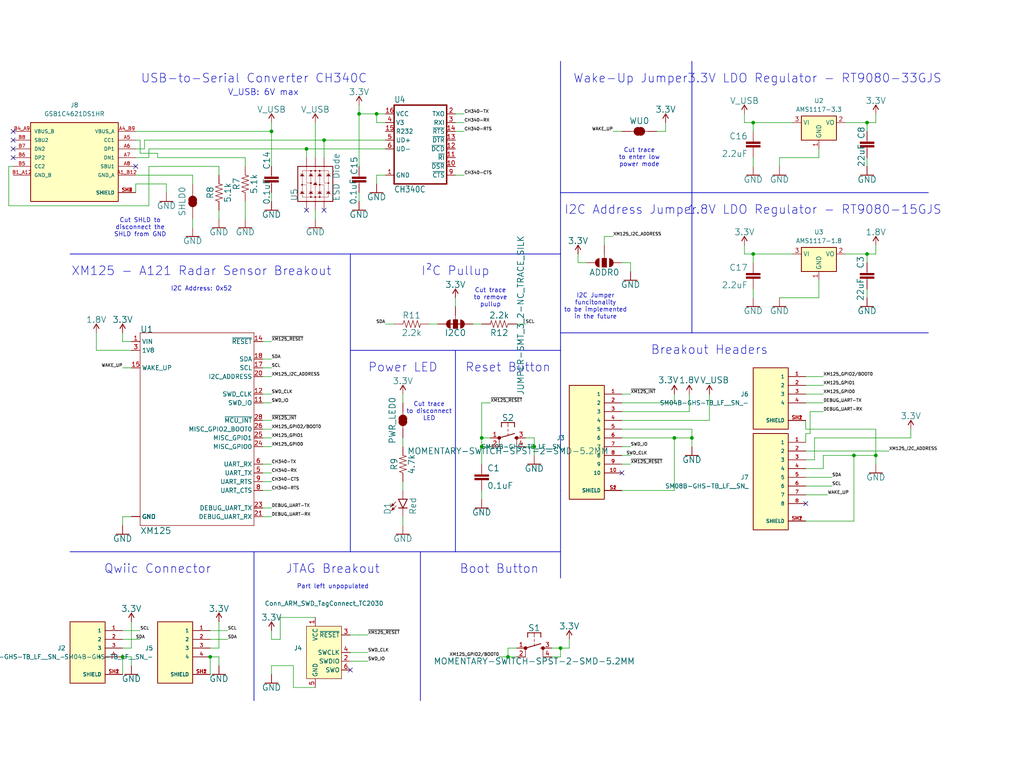
<source format=kicad_sch>
(kicad_sch (version 20231120) (generator "eeschema") (generator_version "8.0")
  (paper "User" 297.002 223.926)
  (lib_symbols
    (symbol "Connector:Conn_ARM_SWD_TagConnect_TC2030" (in_bom no)
      (property "Reference" "J" (at 2.54 11.43 0))
      (property "Value" "Conn_ARM_SWD_TagConnect_TC2030" (at 5.08 8.89 0))
      (symbol "Conn_ARM_SWD_TagConnect_TC2030_0_0"
        (pin power_in line (at -2.54 10.16 270) (length 2.54) (name "VCC") (number "1"))
        (pin bidirectional line (at 7.62 -2.54 180) (length 2.54) (name "SWDIO") (number "2"))
        (pin open_collector line (at 7.62 5.08 180) (length 2.54) (name "~{RESET}") (number "3"))
        (pin output line (at 7.62 0 180) (length 2.54) (name "SWCLK") (number "4"))
        (pin power_in line (at -2.54 -10.16 90) (length 2.54) (name "GND") (number "5"))
        (pin input line (at 7.62 -5.08 180) (length 2.54) (name "SWO") (number "6"))
      )
    )
    (symbol "GSB1C4621DS1HR:GSB1C4621DS1HR" (pin_names (offset 1.016))
      (property "Reference" "J" (at -12.7 10.922 0))
      (property "Value" "GSB1C4621DS1HR" (at -12.7 -15.24 0))
      (symbol "GSB1C4621DS1HR_0_0"
        (pin power_in line (at -17.78 -5.08 0) (length 5.08) (name "GND_A") (number "A1_B12"))
        (pin power_in line (at -17.78 7.62 0) (length 5.08) (name "VBUS_A") (number "A4_B9"))
        (pin bidirectional line (at -17.78 5.08 0) (length 5.08) (name "CC1") (number "A5"))
        (pin bidirectional line (at -17.78 2.54 0) (length 5.08) (name "DP1") (number "A6"))
        (pin bidirectional line (at -17.78 0 0) (length 5.08) (name "DN1") (number "A7"))
        (pin bidirectional line (at -17.78 -2.54 0) (length 5.08) (name "SBU1") (number "A8"))
        (pin power_in line (at 17.78 -5.08 180) (length 5.08) (name "GND_B") (number "B1_A12"))
        (pin power_in line (at 17.78 7.62 180) (length 5.08) (name "VBUS_B") (number "B4_A9"))
        (pin bidirectional line (at 17.78 -2.54 180) (length 5.08) (name "CC2") (number "B5"))
        (pin bidirectional line (at 17.78 0 180) (length 5.08) (name "DP2") (number "B6"))
        (pin bidirectional line (at 17.78 2.54 180) (length 5.08) (name "DN2") (number "B7"))
        (pin bidirectional line (at 17.78 5.08 180) (length 5.08) (name "SBU2") (number "B8"))
        (pin passive line (at -17.78 -10.16 0) (length 5.08) (name "SHIELD") (number "SH1"))
        (pin passive line (at -17.78 -10.16 0) (length 5.08) (name "SHIELD") (number "SH2"))
        (pin passive line (at -17.78 -10.16 0) (length 5.08) (name "SHIELD") (number "SH3"))
        (pin passive line (at -17.78 -10.16 0) (length 5.08) (name "SHIELD") (number "SH4"))
      )
    )
    (symbol "Radar_Workspace-eagle-import:0.1UF-0603-25V-(+80/-20%)"
      (property "Reference" "C" (at 1.524 2.921 0))
      (symbol "0.1UF-0603-25V-(+80/-20%)_1_0"
        (pin passive line (at 0 5.08 270) (length 2.54) (name "1") (number "1"))
        (pin passive line (at 0 -2.54 90) (length 2.54) (name "2") (number "2"))
      )
    )
    (symbol "Radar_Workspace-eagle-import:1.8V" (power)
      (symbol "1.8V_1_0"
        (pin power_in line (at 0 0 90) (length 2.54) (name "1.8V") (number "1"))
      )
    )
    (symbol "Radar_Workspace-eagle-import:2.2KOHM-0603-1/10W-1%"
      (property "Reference" "R" (at 0 1.524 0))
      (symbol "2.2KOHM-0603-1/10W-1%_1_0"
        (pin passive line (at -5.08 0 0) (length 2.54) (name "1") (number "1"))
        (pin passive line (at 5.08 0 180) (length 2.54) (name "2") (number "2"))
      )
    )
    (symbol "Radar_Workspace-eagle-import:2.2UF-0603-10V-20%"
      (property "Reference" "C" (at 1.524 2.921 0))
      (symbol "2.2UF-0603-10V-20%_1_0"
        (pin passive line (at 0 5.08 270) (length 2.54) (name "1") (number "1"))
        (pin passive line (at 0 -2.54 90) (length 2.54) (name "2") (number "2"))
      )
    )
    (symbol "Radar_Workspace-eagle-import:22UF-0603-6.3V-20%"
      (property "Reference" "C" (at 1.524 2.921 0))
      (symbol "22UF-0603-6.3V-20%_1_0"
        (pin passive line (at 0 5.08 270) (length 2.54) (name "1") (number "1"))
        (pin passive line (at 0 -2.54 90) (length 2.54) (name "2") (number "2"))
      )
    )
    (symbol "Radar_Workspace-eagle-import:3.3V" (power)
      (symbol "3.3V_1_0"
        (pin power_in line (at 0 0 90) (length 2.54) (name "3.3V") (number "1"))
      )
    )
    (symbol "Radar_Workspace-eagle-import:4.7KOHM-0603-1/10W-1%"
      (property "Reference" "R" (at 0 1.524 0))
      (symbol "4.7KOHM-0603-1/10W-1%_1_0"
        (pin passive line (at -5.08 0 0) (length 2.54) (name "1") (number "1"))
        (pin passive line (at 5.08 0 180) (length 2.54) (name "2") (number "2"))
      )
    )
    (symbol "Radar_Workspace-eagle-import:5.1KOHM5.1KOHM-0603-1/10W-1%"
      (property "Reference" "R" (at 0 1.524 0))
      (symbol "5.1KOHM5.1KOHM-0603-1/10W-1%_1_0"
        (pin passive line (at -5.08 0 0) (length 2.54) (name "1") (number "1"))
        (pin passive line (at 5.08 0 180) (length 2.54) (name "2") (number "2"))
      )
    )
    (symbol "Radar_Workspace-eagle-import:CH340C"
      (property "Reference" "U" (at -7.62 10.795 0))
      (symbol "CH340C_1_0"
        (pin bidirectional line (at -10.16 -10.16 0) (length 2.54) (name "GND") (number "1"))
        (pin bidirectional line (at 10.16 -7.62 180) (length 2.54) (name "~{DSR}") (number "10"))
        (pin bidirectional line (at 10.16 -5.08 180) (length 2.54) (name "~{RI}") (number "11"))
        (pin bidirectional line (at 10.16 -2.54 180) (length 2.54) (name "~{DCD}") (number "12"))
        (pin bidirectional line (at 10.16 0 180) (length 2.54) (name "~{DTR}") (number "13"))
        (pin bidirectional line (at 10.16 2.54 180) (length 2.54) (name "~{RTS}") (number "14"))
        (pin bidirectional line (at -10.16 2.54 0) (length 2.54) (name "R232") (number "15"))
        (pin bidirectional line (at -10.16 7.62 0) (length 2.54) (name "VCC") (number "16"))
        (pin bidirectional line (at 10.16 7.62 180) (length 2.54) (name "TXO") (number "2"))
        (pin bidirectional line (at 10.16 5.08 180) (length 2.54) (name "RXI") (number "3"))
        (pin bidirectional line (at -10.16 5.08 0) (length 2.54) (name "V3") (number "4"))
        (pin bidirectional line (at -10.16 0 0) (length 2.54) (name "UD+") (number "5"))
        (pin bidirectional line (at -10.16 -2.54 0) (length 2.54) (name "UD-") (number "6"))
        (pin bidirectional line (at 10.16 -10.16 180) (length 2.54) (name "~{CTS}") (number "9"))
      )
    )
    (symbol "Radar_Workspace-eagle-import:GND" (power)
      (symbol "GND_1_0"
        (pin power_in line (at 0 2.54 270) (length 2.54) (name "GND") (number "1"))
      )
    )
    (symbol "Radar_Workspace-eagle-import:JUMPER-SMT_2_NC_TRACE_SILK"
      (property "Reference" "JP" (at 0 3.048 0))
      (symbol "JUMPER-SMT_2_NC_TRACE_SILK_1_0"
        (pin passive line (at -5.08 0 0) (length 2.54) (name "1") (number "1"))
        (pin passive line (at 5.08 0 180) (length 2.54) (name "2") (number "2"))
      )
    )
    (symbol "Radar_Workspace-eagle-import:JUMPER-SMT_3_2-NC_TRACE_SILK"
      (property "Reference" "JP" (at 6.096 1.524 0))
      (symbol "JUMPER-SMT_3_2-NC_TRACE_SILK_1_0"
        (pin passive line (at 0 5.08 270) (length 2.54) (name "1") (number "1"))
        (pin passive line (at -5.08 0 0) (length 2.54) (name "2") (number "2"))
        (pin passive line (at 0 -5.08 90) (length 2.54) (name "3") (number "3"))
      )
    )
    (symbol "Radar_Workspace-eagle-import:JUMPER-SMT_3_NO_SILK"
      (property "Reference" "JP" (at 6.096 1.27 0))
      (symbol "JUMPER-SMT_3_NO_SILK_1_0"
        (pin passive line (at 0 5.08 270) (length 2.54) (name "1") (number "1"))
        (pin passive line (at -5.08 0 0) (length 2.54) (name "2") (number "2"))
        (pin passive line (at 0 -5.08 90) (length 2.54) (name "3") (number "3"))
      )
    )
    (symbol "Radar_Workspace-eagle-import:LED-RED_0603-KB"
      (property "Reference" "D" (at -3.429 -4.572 90))
      (symbol "LED-RED_0603-KB_1_0"
        (pin passive line (at 0 2.54 270) (length 2.54) (name "A") (number "A"))
        (pin passive line (at 0 -5.08 90) (length 2.54) (name "C") (number "C"))
      )
    )
    (symbol "Radar_Workspace-eagle-import:MOMENTARY-SWITCH-SPST-2-SMD-5.2MM"
      (property "Reference" "S" (at 0 4.826 0))
      (symbol "MOMENTARY-SWITCH-SPST-2-SMD-5.2MM_1_0"
        (pin passive line (at -5.08 0 0) (length 2.54) (name "1") (number "1"))
        (pin passive line (at -5.08 -2.54 0) (length 2.54) (name "2") (number "2"))
        (pin passive line (at 5.08 0 180) (length 2.54) (name "3") (number "3"))
        (pin passive line (at 5.08 -2.54 180) (length 2.54) (name "4") (number "4"))
      )
    )
    (symbol "Radar_Workspace-eagle-import:TVS_DIODE_ARRAY_DT1042-04SO-7"
      (symbol "TVS_DIODE_ARRAY_DT1042-04SO-7_1_0"
        (pin bidirectional line (at -7.62 2.54 0) (length 2.54) (name "IO1") (number "1"))
        (pin bidirectional line (at -7.62 0 0) (length 2.54) (name "VSS") (number "2"))
        (pin bidirectional line (at -7.62 -2.54 0) (length 2.54) (name "IO2") (number "3"))
        (pin bidirectional line (at 7.62 -2.54 180) (length 2.54) (name "IO3") (number "4"))
        (pin bidirectional line (at 7.62 0 180) (length 2.54) (name "VCC") (number "5"))
        (pin bidirectional line (at 7.62 2.54 180) (length 2.54) (name "IO4") (number "6"))
      )
    )
    (symbol "Radar_Workspace-eagle-import:V_USB" (power)
      (symbol "V_USB_1_0"
        (pin power_in line (at 0 0 90) (length 2.54) (name "V_USB") (number "1"))
      )
    )
    (symbol "Radar_Workspace-eagle-import:XM125"
      (property "Reference" "U" (at -17.78 25.4 0))
      (symbol "XM125_1_0"
        (pin power_in line (at -20.32 22.86 0) (length 2.54) (name "VIN") (number "1"))
        (pin passive line (at -20.32 -27.94 0) (length 2.54) (name "GND") (number "10"))
        (pin passive line (at 17.78 5.08 180) (length 2.54) (name "SWD_IO") (number "11"))
        (pin passive line (at 17.78 7.62 180) (length 2.54) (name "SWD_CLK") (number "12"))
        (pin passive line (at -20.32 -27.94 0) (length 2.54) (name "GND") (number "13"))
        (pin passive line (at 17.78 22.86 180) (length 2.54) (name "~{RESET}") (number "14"))
        (pin passive line (at -20.32 15.24 0) (length 2.54) (name "WAKE_UP") (number "15"))
        (pin passive line (at -20.32 -27.94 0) (length 2.54) (name "GND") (number "16"))
        (pin passive line (at 17.78 15.24 180) (length 2.54) (name "SCL") (number "17"))
        (pin passive line (at 17.78 17.78 180) (length 2.54) (name "SDA") (number "18"))
        (pin passive line (at -20.32 -27.94 0) (length 2.54) (name "GND") (number "19"))
        (pin passive line (at -20.32 -27.94 0) (length 2.54) (name "GND") (number "2"))
        (pin passive line (at 17.78 12.7 180) (length 2.54) (name "I2C_ADDRESS") (number "20"))
        (pin passive line (at 17.78 -27.94 180) (length 2.54) (name "DEBUG_UART_RX") (number "21"))
        (pin passive line (at -20.32 -27.94 0) (length 2.54) (name "GND") (number "22"))
        (pin passive line (at 17.78 -25.4 180) (length 2.54) (name "DEBUG_UART_TX") (number "23"))
        (pin bidirectional line (at 17.78 -7.62 180) (length 2.54) (name "MISC_GPIO0") (number "24"))
        (pin bidirectional line (at 17.78 -5.08 180) (length 2.54) (name "MISC_GPIO1") (number "25"))
        (pin bidirectional line (at 17.78 -2.54 180) (length 2.54) (name "MISC_GPIO2_BOOT0") (number "26"))
        (pin passive line (at -20.32 -27.94 0) (length 2.54) (name "GND") (number "27"))
        (pin passive line (at 17.78 0 180) (length 2.54) (name "~{MCU_INT}") (number "28"))
        (pin power_in line (at -20.32 20.32 0) (length 2.54) (name "1V8") (number "3"))
        (pin passive line (at -20.32 -27.94 0) (length 2.54) (name "GND") (number "4"))
        (pin passive line (at 17.78 -15.24 180) (length 2.54) (name "UART_TX") (number "5"))
        (pin passive line (at 17.78 -12.7 180) (length 2.54) (name "UART_RX") (number "6"))
        (pin passive line (at -20.32 -27.94 0) (length 2.54) (name "GND") (number "7"))
        (pin passive line (at 17.78 -20.32 180) (length 2.54) (name "UART_CTS") (number "8"))
        (pin passive line (at 17.78 -17.78 180) (length 2.54) (name "UART_RTS") (number "9"))
      )
    )
    (symbol "Regulator_Linear:AMS1117-1.8"
      (property "Reference" "U" (at -3.81 3.175 0))
      (property "Value" "AMS1117-1.8" (at 0 3.175 0))
      (symbol "AMS1117-1.8_1_1"
        (pin power_in line (at 0 -7.62 90) (length 2.54) (name "GND") (number "1"))
        (pin power_out line (at 7.62 0 180) (length 2.54) (name "VO") (number "2"))
        (pin power_in line (at -7.62 0 0) (length 2.54) (name "VI") (number "3"))
      )
    )
    (symbol "Regulator_Linear:AMS1117-3.3"
      (property "Reference" "U" (at -3.81 3.175 0))
      (property "Value" "AMS1117-3.3" (at 0 3.175 0))
      (symbol "AMS1117-3.3_1_1"
        (pin power_in line (at 0 -7.62 90) (length 2.54) (name "GND") (number "1"))
        (pin power_out line (at 7.62 0 180) (length 2.54) (name "VO") (number "2"))
        (pin power_in line (at -7.62 0 0) (length 2.54) (name "VI") (number "3"))
      )
    )
    (symbol "SM04B-GHS-TB_LF__SN_-:SM04B-GHS-TB_LF__SN_-" (pin_names (offset 1.016))
      (property "Reference" "J" (at -5.0802 7.6203 0))
      (property "Value" "SM04B-GHS-TB_LF__SN_-" (at -5.0859 -12.7147 0))
      (symbol "SM04B-GHS-TB_LF__SN_-_0_0"
        (pin passive line (at -10.16 5.08 0) (length 5.08) (name "1") (number "1"))
        (pin passive line (at -10.16 2.54 0) (length 5.08) (name "2") (number "2"))
        (pin passive line (at -10.16 0 0) (length 5.08) (name "3") (number "3"))
        (pin passive line (at -10.16 -2.54 0) (length 5.08) (name "4") (number "4"))
        (pin power_in line (at -10.16 -7.62 0) (length 5.08) (name "SHIELD") (number "SH1"))
        (pin power_in line (at -10.16 -7.62 0) (length 5.08) (name "SHIELD") (number "SH2"))
      )
    )
    (symbol "SM08B-GHS-TB_LF__SN_:SM08B-GHS-TB_LF__SN_" (pin_names (offset 1.016))
      (property "Reference" "J" (at -5.0863 13.733 0))
      (property "Value" "SM08B-GHS-TB_LF__SN_" (at -5.087 -17.8045 0))
      (symbol "SM08B-GHS-TB_LF__SN__0_0"
        (pin passive line (at -10.16 10.16 0) (length 5.08) (name "1") (number "1"))
        (pin passive line (at -10.16 7.62 0) (length 5.08) (name "2") (number "2"))
        (pin passive line (at -10.16 5.08 0) (length 5.08) (name "3") (number "3"))
        (pin passive line (at -10.16 2.54 0) (length 5.08) (name "4") (number "4"))
        (pin passive line (at -10.16 0 0) (length 5.08) (name "5") (number "5"))
        (pin passive line (at -10.16 -2.54 0) (length 5.08) (name "6") (number "6"))
        (pin passive line (at -10.16 -5.08 0) (length 5.08) (name "7") (number "7"))
        (pin passive line (at -10.16 -7.62 0) (length 5.08) (name "8") (number "8"))
        (pin passive line (at -10.16 -12.7 0) (length 5.08) (name "SHIELD") (number "SH1"))
        (pin passive line (at -10.16 -12.7 0) (length 5.08) (name "SHIELD") (number "SH2"))
      )
    )
    (symbol "SM10B-GHS-TB_LF__SN_:SM10B-GHS-TB_LF__SN_" (pin_names (offset 1.016))
      (property "Reference" "J" (at -5.0875 15.2626 0))
      (property "Value" "SM10B-GHS-TB_LF__SN_" (at -5.084 -20.3362 0))
      (symbol "SM10B-GHS-TB_LF__SN__0_0"
        (pin passive line (at -10.16 12.7 0) (length 5.08) (name "1") (number "1"))
        (pin passive line (at -10.16 -10.16 0) (length 5.08) (name "10") (number "10"))
        (pin passive line (at -10.16 10.16 0) (length 5.08) (name "2") (number "2"))
        (pin passive line (at -10.16 7.62 0) (length 5.08) (name "3") (number "3"))
        (pin passive line (at -10.16 5.08 0) (length 5.08) (name "4") (number "4"))
        (pin passive line (at -10.16 2.54 0) (length 5.08) (name "5") (number "5"))
        (pin passive line (at -10.16 0 0) (length 5.08) (name "6") (number "6"))
        (pin passive line (at -10.16 -2.54 0) (length 5.08) (name "7") (number "7"))
        (pin passive line (at -10.16 -5.08 0) (length 5.08) (name "8") (number "8"))
        (pin passive line (at -10.16 -7.62 0) (length 5.08) (name "9") (number "9"))
        (pin passive line (at -10.16 -15.24 0) (length 5.08) (name "SHIELD") (number "S1"))
        (pin passive line (at -10.16 -15.24 0) (length 5.08) (name "SHIELD") (number "S2"))
      )
    )
  )
  (junction (at 139.7 127))
  (junction (at 218.44 35.56))
  (junction (at 93.98 40.64))
  (junction (at 109.22 33.02))
  (junction (at 60.96 190.5))
  (junction (at 218.44 73.66))
  (junction (at 162.56 187.96))
  (junction (at 147.32 190.5))
  (junction (at 88.9 43.18))
  (junction (at 35.56 190.5))
  (junction (at 251.46 73.66))
  (junction (at 247.65 132.08))
  (junction (at 195.58 127))
  (junction (at 104.14 33.02))
  (junction (at 251.46 35.56))
  (junction (at 254 132.08))
  (junction (at 154.94 129.54))
  (junction (at 139.7 129.54))
  (junction (at 200.66 127))
  (junction (at 78.74 38.1))
  (no_connect (at 3.81 45.72))
  (no_connect (at 101.6 194.31))
  (no_connect (at 3.81 43.18))
  (no_connect (at 93.98 60.96))
  (no_connect (at 3.81 38.1))
  (no_connect (at 39.37 48.26))
  (no_connect (at 88.9 60.96))
  (no_connect (at 3.81 40.64))
  (no_connect (at 233.68 146.05))
  (no_connect (at 180.34 137.16))
  (wire (pts (xy 167.64 76.2) (xy 167.64 73.66)) (stroke (width 0.1524)))
  (wire (pts (xy 236.22 124.46) (xy 254 124.46)) (stroke (width 0.1524)))
  (wire (pts (xy 88.9 45.72) (xy 88.9 43.18)) (stroke (width 0.1524)))
  (wire (pts (xy 215.9 73.66) (xy 215.9 71.12)) (stroke (width 0.1524)))
  (wire (pts (xy 111.76 33.02) (xy 109.22 33.02)) (stroke (width 0.1524)))
  (wire (pts (xy 55.88 50.8) (xy 55.88 53.34)) (stroke (width 0.1524)))
  (wire (pts (xy 226.06 48.26) (xy 226.06 45.72)) (stroke (width 0.1524)))
  (wire (pts (xy 233.68 114.3) (xy 238.76 114.3)) (stroke (width 0.1524)))
  (wire (pts (xy 93.98 40.64) (xy 111.76 40.64)) (stroke (width 0.1524)))
  (wire (pts (xy 175.26 71.12) (xy 175.26 68.58)) (stroke (width 0.1524)))
  (wire (pts (xy 199.898 119.38) (xy 199.898 114.3)) (stroke (width 0.1524)))
  (wire (pts (xy 39.37 45.72) (xy 43.18 45.72)))
  (wire (pts (xy 160.02 190.5) (xy 162.56 190.5)) (stroke (width 0.1524)))
  (wire (pts (xy 43.18 48.26) (xy 45.72 48.26)))
  (wire (pts (xy 246.38 35.56) (xy 251.46 35.56)) (stroke (width 0.1524)))
  (wire (pts (xy 251.46 38.1) (xy 251.46 35.56)) (stroke (width 0.1524)))
  (wire (pts (xy 245.11 73.66) (xy 246.38 73.66)))
  (wire (pts (xy 264.16 127) (xy 264.16 124.46)) (stroke (width 0.1524)))
  (wire (pts (xy 237.49 45.72) (xy 237.49 43.18)) (stroke (width 0.1524)))
  (wire (pts (xy 254 73.66) (xy 254 71.12)) (stroke (width 0.1524)))
  (wire (pts (xy 132.08 88.9) (xy 132.08 86.36)) (stroke (width 0.1524)))
  (polyline (pts (xy 162.56 101.6) (xy 162.56 142.24)) (stroke (width 0.2032) (type solid)))
  (wire (pts (xy 195.58 142.24) (xy 195.58 127)))
  (wire (pts (xy 78.74 58.42) (xy 78.74 55.88)) (stroke (width 0.1524)))
  (polyline (pts (xy 162.56 73.66) (xy 162.56 96.52)) (stroke (width 0.2032) (type solid)))
  (wire (pts (xy 139.7 129.54) (xy 142.24 129.54)) (stroke (width 0.1524)))
  (wire (pts (xy 238.76 135.89) (xy 238.76 132.08)))
  (wire (pts (xy 193.04 38.1) (xy 193.04 35.56)) (stroke (width 0.1524)))
  (wire (pts (xy 233.68 128.27) (xy 233.68 125.73)))
  (wire (pts (xy 71.12 45.72) (xy 45.72 45.72)) (stroke (width 0.1524)))
  (wire (pts (xy 218.44 45.72) (xy 218.44 48.26)) (stroke (width 0.1524)))
  (wire (pts (xy 38.1 101.6) (xy 27.94 101.6)) (stroke (width 0.1524)))
  (wire (pts (xy 180.34 124.46) (xy 200.66 124.46)) (stroke (width 0.1524)))
  (wire (pts (xy 63.5 190.5) (xy 60.96 190.5)) (stroke (width 0.1524)))
  (wire (pts (xy 233.68 121.92) (xy 233.68 124.46)))
  (wire (pts (xy 88.9 43.18) (xy 45.72 43.18)) (stroke (width 0.1524)))
  (wire (pts (xy 147.32 187.96) (xy 147.32 190.5)) (stroke (width 0.1524)))
  (wire (pts (xy 78.74 193.04) (xy 85.09 193.04)) (stroke (width 0.1524)))
  (polyline (pts (xy 132.08 101.6) (xy 132.08 160.02)) (stroke (width 0.2032) (type solid)))
  (wire (pts (xy 226.06 86.36) (xy 237.49 86.36)))
  (polyline (pts (xy 162.56 96.52) (xy 162.56 101.6)) (stroke (width 0.2032) (type solid)))
  (wire (pts (xy 236.22 133.35) (xy 233.68 133.35)) (stroke (width 0.1524)))
  (wire (pts (xy 40.64 44.45) (xy 45.72 44.45)))
  (wire (pts (xy 40.64 40.64) (xy 40.64 44.45)))
  (wire (pts (xy 93.98 45.72) (xy 93.98 40.64)) (stroke (width 0.1524)))
  (wire (pts (xy 41.91 40.64) (xy 45.72 40.64)))
  (wire (pts (xy 195.58 116.84) (xy 195.58 114.3)) (stroke (width 0.1524)))
  (wire (pts (xy 234.95 125.73) (xy 234.95 119.38)))
  (wire (pts (xy 104.14 184.15) (xy 106.68 184.15)) (stroke (width 0.1524)))
  (wire (pts (xy 180.34 142.24) (xy 195.58 142.24)))
  (wire (pts (xy 39.37 53.34) (xy 45.72 53.34)))
  (wire (pts (xy 218.44 73.66) (xy 215.9 73.66)) (stroke (width 0.1524)))
  (wire (pts (xy 48.26 55.88) (xy 48.26 53.34)) (stroke (width 0.1524)))
  (wire (pts (xy 257.81 130.81) (xy 233.68 130.81)))
  (wire (pts (xy 104.14 33.02) (xy 104.14 30.48)) (stroke (width 0.1524)))
  (wire (pts (xy 78.74 104.14) (xy 76.2 104.14)) (stroke (width 0.1524)))
  (wire (pts (xy 200.66 127) (xy 195.58 127)) (stroke (width 0.1524)))
  (polyline (pts (xy 101.6 73.66) (xy 20.32 73.66)) (stroke (width 0.2032) (type solid)))
  (wire (pts (xy 106.68 189.23) (xy 101.6 189.23)))
  (wire (pts (xy 109.22 35.56) (xy 109.22 33.02)) (stroke (width 0.1524)))
  (polyline (pts (xy 101.6 160.02) (xy 73.66 160.02)) (stroke (width 0.2032) (type solid)))
  (wire (pts (xy 63.5 63.5) (xy 63.5 60.96)) (stroke (width 0.1524)))
  (polyline (pts (xy 200.66 55.88) (xy 200.66 17.78)) (stroke (width 0.2032) (type solid)))
  (wire (pts (xy 180.34 121.92) (xy 205.74 121.92)) (stroke (width 0.1524)))
  (polyline (pts (xy 162.56 160.02) (xy 132.08 160.02)) (stroke (width 0.2032) (type solid)))
  (polyline (pts (xy 101.6 101.6) (xy 101.6 73.66)) (stroke (width 0.2032) (type solid)))
  (polyline (pts (xy 132.08 160.02) (xy 121.92 160.02)) (stroke (width 0.2032) (type solid)))
  (polyline (pts (xy 269.24 96.52) (xy 200.66 96.52)) (stroke (width 0.2032) (type solid)))
  (wire (pts (xy 39.37 38.1) (xy 45.72 38.1)))
  (wire (pts (xy 81.28 179.07) (xy 91.44 179.07)) (stroke (width 0.1524)))
  (wire (pts (xy 76.2 149.86) (xy 78.74 149.86)) (stroke (width 0.1524)))
  (wire (pts (xy 139.7 127) (xy 139.7 129.54)) (stroke (width 0.1524)))
  (wire (pts (xy 180.34 132.08) (xy 182.88 132.08)) (stroke (width 0.1524)))
  (wire (pts (xy 45.72 40.64) (xy 93.98 40.64)) (stroke (width 0.1524)))
  (wire (pts (xy 162.56 187.96) (xy 165.1 187.96)) (stroke (width 0.1524)))
  (wire (pts (xy 41.91 43.18) (xy 41.91 40.64)))
  (wire (pts (xy 109.22 50.8) (xy 111.76 50.8)) (stroke (width 0.1524)))
  (wire (pts (xy 78.74 124.46) (xy 76.2 124.46)) (stroke (width 0.1524)))
  (wire (pts (xy 162.56 187.96) (xy 162.56 190.5)) (stroke (width 0.1524)))
  (wire (pts (xy 215.9 35.56) (xy 218.44 35.56)) (stroke (width 0.1524)))
  (wire (pts (xy 246.38 73.66) (xy 251.46 73.66)) (stroke (width 0.1524)))
  (wire (pts (xy 3.81 48.26) (xy 2.54 48.26)))
  (wire (pts (xy 116.84 116.84) (xy 116.84 114.3)) (stroke (width 0.1524)))
  (wire (pts (xy 116.84 129.54) (xy 116.84 127)) (stroke (width 0.1524)))
  (wire (pts (xy 180.34 116.84) (xy 195.58 116.84)) (stroke (width 0.1524)))
  (wire (pts (xy 137.16 93.98) (xy 139.7 93.98)) (stroke (width 0.1524)))
  (polyline (pts (xy 121.92 160.02) (xy 101.6 160.02)) (stroke (width 0.2032) (type solid)))
  (wire (pts (xy 71.12 48.26) (xy 71.12 45.72)) (stroke (width 0.1524)))
  (wire (pts (xy 165.1 187.96) (xy 165.1 185.42)) (stroke (width 0.1524)))
  (wire (pts (xy 101.6 191.77) (xy 106.68 191.77)) (stroke (width 0.1524)))
  (wire (pts (xy 139.7 144.78) (xy 139.7 142.24)) (stroke (width 0.1524)))
  (wire (pts (xy 111.76 93.98) (xy 114.3 93.98)) (stroke (width 0.1524)))
  (wire (pts (xy 254 124.46) (xy 254 132.08)) (stroke (width 0.1524)))
  (wire (pts (xy 78.74 185.42) (xy 81.28 185.42)) (stroke (width 0.1524)))
  (wire (pts (xy 63.5 193.04) (xy 63.5 190.5)) (stroke (width 0.1524)))
  (polyline (pts (xy 162.56 160.02) (xy 162.56 167.64)) (stroke (width 0.2032) (type solid)))
  (wire (pts (xy 101.6 184.15) (xy 104.14 184.15)))
  (wire (pts (xy 63.5 187.96) (xy 63.5 180.34)) (stroke (width 0.1524)))
  (wire (pts (xy 38.1 99.06) (xy 35.56 99.06)) (stroke (width 0.1524)))
  (polyline (pts (xy 200.66 96.52) (xy 162.56 96.52)) (stroke (width 0.2032) (type solid)))
  (wire (pts (xy 39.37 50.8) (xy 45.72 50.8)))
  (wire (pts (xy 251.46 45.72) (xy 251.46 48.26)) (stroke (width 0.1524)))
  (wire (pts (xy 109.22 53.34) (xy 109.22 50.8)) (stroke (width 0.1524)))
  (wire (pts (xy 35.56 187.96) (xy 38.1 187.96)) (stroke (width 0.1524)))
  (wire (pts (xy 237.49 86.36) (xy 237.49 81.28)))
  (wire (pts (xy 43.18 59.69) (xy 43.18 48.26)))
  (wire (pts (xy 195.58 127) (xy 180.34 127)) (stroke (width 0.1524)))
  (wire (pts (xy 76.2 99.06) (xy 78.74 99.06)) (stroke (width 0.1524)))
  (wire (pts (xy 76.2 121.92) (xy 78.74 121.92)) (stroke (width 0.1524)))
  (wire (pts (xy 38.1 187.96) (xy 38.1 180.34)) (stroke (width 0.1524)))
  (wire (pts (xy 60.96 187.96) (xy 63.5 187.96)) (stroke (width 0.1524)))
  (wire (pts (xy 254 35.56) (xy 254 33.02)) (stroke (width 0.1524)))
  (wire (pts (xy 251.46 35.56) (xy 254 35.56)) (stroke (width 0.1524)))
  (wire (pts (xy 226.06 45.72) (xy 237.49 45.72)) (stroke (width 0.1524)))
  (wire (pts (xy 43.18 43.18) (xy 45.72 43.18)))
  (wire (pts (xy 55.88 66.04) (xy 55.88 63.5)) (stroke (width 0.1524)))
  (wire (pts (xy 233.68 135.89) (xy 238.76 135.89)))
  (wire (pts (xy 45.72 50.8) (xy 55.88 50.8)) (stroke (width 0.1524)))
  (wire (pts (xy 142.24 116.84) (xy 139.7 116.84)) (stroke (width 0.1524)))
  (polyline (pts (xy 73.66 160.02) (xy 20.32 160.02)) (stroke (width 0.2032) (type solid)))
  (wire (pts (xy 233.68 143.51) (xy 240.03 143.51)) (stroke (width 0.1524)))
  (wire (pts (xy 111.76 35.56) (xy 109.22 35.56)) (stroke (width 0.1524)))
  (wire (pts (xy 233.68 138.43) (xy 241.3 138.43)) (stroke (width 0.1524)))
  (wire (pts (xy 175.26 68.58) (xy 177.8 68.58)) (stroke (width 0.1524)))
  (wire (pts (xy 45.72 44.45) (xy 45.72 45.72)))
  (wire (pts (xy 78.74 139.7) (xy 76.2 139.7)) (stroke (width 0.1524)))
  (polyline (pts (xy 132.08 101.6) (xy 162.56 101.6)) (stroke (width 0.2032) (type solid)))
  (wire (pts (xy 251.46 83.82) (xy 251.46 86.36)) (stroke (width 0.1524)))
  (wire (pts (xy 245.11 35.56) (xy 246.38 35.56)))
  (wire (pts (xy 71.12 63.5) (xy 71.12 58.42)) (stroke (width 0.1524)))
  (wire (pts (xy 218.44 35.56) (xy 218.44 38.1)) (stroke (width 0.1524)))
  (wire (pts (xy 2.54 59.69) (xy 43.18 59.69)))
  (wire (pts (xy 60.96 182.88) (xy 66.04 182.88)) (stroke (width 0.1524)))
  (wire (pts (xy 254 132.08) (xy 254 134.62)) (stroke (width 0.1524)))
  (wire (pts (xy 35.56 99.06) (xy 35.56 96.52)) (stroke (width 0.1524)))
  (wire (pts (xy 218.44 35.56) (xy 228.6 35.56)) (stroke (width 0.1524)))
  (wire (pts (xy 2.54 48.26) (xy 2.54 59.69)))
  (wire (pts (xy 48.26 53.34) (xy 45.72 53.34)) (stroke (width 0.1524)))
  (wire (pts (xy 43.18 45.72) (xy 43.18 43.18)))
  (wire (pts (xy 180.34 38.1) (xy 177.8 38.1)) (stroke (width 0.1524)))
  (wire (pts (xy 78.74 142.24) (xy 76.2 142.24)) (stroke (width 0.1524)))
  (wire (pts (xy 182.88 76.2) (xy 182.88 78.74)) (stroke (width 0.1524)))
  (wire (pts (xy 63.5 50.8) (xy 63.5 48.26)) (stroke (width 0.1524)))
  (wire (pts (xy 228.6 35.56) (xy 229.87 35.56)))
  (wire (pts (xy 154.94 129.54) (xy 154.94 127)) (stroke (width 0.1524)))
  (polyline (pts (xy 121.92 160.02) (xy 121.92 203.2)) (stroke (width 0.2032) (type solid)))
  (wire (pts (xy 215.9 33.02) (xy 215.9 35.56)) (stroke (width 0.1524)))
  (wire (pts (xy 39.37 55.88) (xy 39.37 53.34)))
  (wire (pts (xy 233.68 151.13) (xy 247.65 151.13)))
  (wire (pts (xy 85.09 193.04) (xy 85.09 199.39)) (stroke (width 0.1524)))
  (wire (pts (xy 35.56 152.4) (xy 35.56 149.86)) (stroke (width 0.1524)))
  (wire (pts (xy 109.22 33.02) (xy 104.14 33.02)) (stroke (width 0.1524)))
  (wire (pts (xy 78.74 127) (xy 76.2 127)) (stroke (width 0.1524)))
  (wire (pts (xy 78.74 182.88) (xy 78.74 185.42)) (stroke (width 0.1524)))
  (wire (pts (xy 78.74 48.26) (xy 78.74 38.1)) (stroke (width 0.1524)))
  (wire (pts (xy 154.94 127) (xy 152.4 127)) (stroke (width 0.1524)))
  (wire (pts (xy 142.24 127) (xy 139.7 127)) (stroke (width 0.1524)))
  (wire (pts (xy 236.22 119.38) (xy 238.76 119.38)) (stroke (width 0.1524)))
  (wire (pts (xy 78.74 38.1) (xy 78.74 35.56)) (stroke (width 0.1524)))
  (wire (pts (xy 78.74 137.16) (xy 76.2 137.16)) (stroke (width 0.1524)))
  (wire (pts (xy 78.74 195.58) (xy 78.74 193.04)) (stroke (width 0.1524)))
  (wire (pts (xy 218.44 73.66) (xy 229.87 73.66)) (stroke (width 0.1524)))
  (wire (pts (xy 251.46 76.2) (xy 251.46 73.66)) (stroke (width 0.1524)))
  (wire (pts (xy 63.5 48.26) (xy 45.72 48.26)) (stroke (width 0.1524)))
  (wire (pts (xy 39.37 40.64) (xy 40.64 40.64)))
  (wire (pts (xy 147.32 190.5) (xy 144.78 190.5)) (stroke (width 0.1524)))
  (wire (pts (xy 78.74 106.68) (xy 76.2 106.68)) (stroke (width 0.1524)))
  (wire (pts (xy 78.74 147.32) (xy 76.2 147.32)) (stroke (width 0.1524)))
  (wire (pts (xy 104.14 55.88) (xy 104.14 58.42)) (stroke (width 0.1524)))
  (wire (pts (xy 234.95 119.38) (xy 236.22 119.38)))
  (wire (pts (xy 149.86 93.98) (xy 152.4 93.98)) (stroke (width 0.1524)))
  (polyline (pts (xy 162.56 73.66) (xy 101.6 73.66)) (stroke (width 0.2032) (type solid)))
  (wire (pts (xy 238.76 132.08) (xy 247.65 132.08)))
  (polyline (pts (xy 73.66 203.2) (xy 73.66 160.02)) (stroke (width 0.2032) (type solid)))
  (wire (pts (xy 35.56 190.5) (xy 38.1 190.5)) (stroke (width 0.1524)))
  (wire (pts (xy 170.18 76.2) (xy 167.64 76.2)) (stroke (width 0.1524)))
  (wire (pts (xy 180.34 129.54) (xy 182.88 129.54)) (stroke (width 0.1524)))
  (wire (pts (xy 218.44 76.2) (xy 218.44 73.66)) (stroke (width 0.1524)))
  (polyline (pts (xy 269.24 55.88) (xy 200.66 55.88)) (stroke (width 0.2032) (type solid)))
  (wire (pts (xy 233.68 124.46) (xy 236.22 124.46)))
  (wire (pts (xy 35.56 182.88) (xy 40.64 182.88)) (stroke (width 0.1524)))
  (polyline (pts (xy 162.56 160.02) (xy 162.56 142.24)) (stroke (width 0.2032) (type solid)))
  (wire (pts (xy 154.94 129.54) (xy 154.94 132.08)) (stroke (width 0.1524)))
  (wire (pts (xy 85.09 199.39) (xy 91.44 199.39)) (stroke (width 0.1524)))
  (wire (pts (xy 149.86 187.96) (xy 147.32 187.96)) (stroke (width 0.1524)))
  (wire (pts (xy 233.68 109.22) (xy 238.76 109.22)) (stroke (width 0.1524)))
  (wire (pts (xy 251.46 73.66) (xy 254 73.66)) (stroke (width 0.1524)))
  (wire (pts (xy 160.02 187.96) (xy 162.56 187.96)) (stroke (width 0.1524)))
  (wire (pts (xy 205.74 121.92) (xy 205.74 114.3)) (stroke (width 0.1524)))
  (wire (pts (xy 27.94 101.6) (xy 27.94 96.52)) (stroke (width 0.1524)))
  (wire (pts (xy 35.56 149.86) (xy 38.1 149.86)) (stroke (width 0.1524)))
  (polyline (pts (xy 162.56 17.78) (xy 162.56 55.88)) (stroke (width 0.2032) (type solid)))
  (wire (pts (xy 124.46 93.98) (xy 127 93.98)) (stroke (width 0.1524)))
  (wire (pts (xy 116.84 142.24) (xy 116.84 139.7)) (stroke (width 0.1524)))
  (wire (pts (xy 180.34 134.62) (xy 182.88 134.62)) (stroke (width 0.1524)))
  (wire (pts (xy 38.1 106.68) (xy 35.56 106.68)) (stroke (width 0.1524)))
  (wire (pts (xy 104.14 33.02) (xy 104.14 48.26)) (stroke (width 0.1524)))
  (wire (pts (xy 132.08 33.02) (xy 134.62 33.02)) (stroke (width 0.1524)))
  (wire (pts (xy 233.68 116.84) (xy 238.76 116.84)) (stroke (width 0.1524)))
  (wire (pts (xy 81.28 185.42) (xy 81.28 179.07)) (stroke (width 0.1524)))
  (polyline (pts (xy 101.6 160.02) (xy 101.6 101.6)) (stroke (width 0.2032) (type solid)))
  (wire (pts (xy 247.65 151.13) (xy 247.65 132.08)))
  (wire (pts (xy 78.74 129.54) (xy 76.2 129.54)) (stroke (width 0.1524)))
  (wire (pts (xy 139.7 129.54) (xy 139.7 134.62)) (stroke (width 0.1524)))
  (wire (pts (xy 38.1 190.5) (xy 38.1 193.04)) (stroke (width 0.1524)))
  (polyline (pts (xy 162.56 55.88) (xy 162.56 73.66)) (stroke (width 0.2032) (type solid)))
  (wire (pts (xy 236.22 127) (xy 236.22 133.35)) (stroke (width 0.1524)))
  (wire (pts (xy 147.32 190.5) (xy 149.86 190.5)) (stroke (width 0.1524)))
  (wire (pts (xy 180.34 114.3) (xy 182.88 114.3)) (stroke (width 0.1524)))
  (wire (pts (xy 134.62 38.1) (xy 132.08 38.1)) (stroke (width 0.1524)))
  (wire (pts (xy 39.37 43.18) (xy 41.91 43.18)))
  (wire (pts (xy 76.2 109.22) (xy 78.74 109.22)) (stroke (width 0.1524)))
  (wire (pts (xy 134.62 50.8) (xy 132.08 50.8)) (stroke (width 0.1524)))
  (wire (pts (xy 190.5 38.1) (xy 193.04 38.1)) (stroke (width 0.1524)))
  (polyline (pts (xy 101.6 101.6) (xy 132.08 101.6)) (stroke (width 0.2032) (type solid)))
  (wire (pts (xy 200.66 127) (xy 200.66 129.54)) (stroke (width 0.1524)))
  (wire (pts (xy 76.2 114.3) (xy 78.74 114.3)) (stroke (width 0.1524)))
  (wire (pts (xy 218.44 83.82) (xy 218.44 86.36)) (stroke (width 0.1524)))
  (polyline (pts (xy 200.66 55.88) (xy 200.66 96.52)) (stroke (width 0.2032) (type solid)))
  (wire (pts (xy 200.66 124.46) (xy 200.66 127)) (stroke (width 0.1524)))
  (wire (pts (xy 60.96 190.5) (xy 60.96 195.58)))
  (wire (pts (xy 45.72 38.1) (xy 78.74 38.1)) (stroke (width 0.1524)))
  (polyline (pts (xy 200.66 55.88) (xy 162.56 55.88)) (stroke (width 0.2032) (type solid)))
  (wire (pts (xy 233.68 140.97) (xy 241.3 140.97)) (stroke (width 0.1524)))
  (wire (pts (xy 247.65 132.08) (xy 254 132.08)))
  (wire (pts (xy 35.56 190.5) (xy 35.56 195.58)))
  (wire (pts (xy 180.34 76.2) (xy 182.88 76.2)) (stroke (width 0.1524)))
  (wire (pts (xy 116.84 149.86) (xy 116.84 152.4)) (stroke (width 0.1524)))
  (wire (pts (xy 35.56 185.42) (xy 40.64 185.42)) (stroke (width 0.1524)))
  (wire (pts (xy 60.96 185.42) (xy 66.04 185.42)) (stroke (width 0.1524)))
  (wire (pts (xy 111.76 43.18) (xy 88.9 43.18)) (stroke (width 0.1524)))
  (wire (pts (xy 91.44 45.72) (xy 91.44 35.56)) (stroke (width 0.1524)))
  (wire (pts (xy 139.7 116.84) (xy 139.7 127)) (stroke (width 0.1524)))
  (wire (pts (xy 76.2 116.84) (xy 78.74 116.84)) (stroke (width 0.1524)))
  (wire (pts (xy 152.4 129.54) (xy 154.94 129.54)) (stroke (width 0.1524)))
  (wire (pts (xy 236.22 127) (xy 264.16 127)) (stroke (width 0.1524)))
  (wire (pts (xy 134.62 35.56) (xy 132.08 35.56)) (stroke (width 0.1524)))
  (wire (pts (xy 76.2 134.62) (xy 78.74 134.62)) (stroke (width 0.1524)))
  (wire (pts (xy 91.44 60.96) (xy 91.44 63.5)) (stroke (width 0.1524)))
  (wire (pts (xy 233.68 111.76) (xy 238.76 111.76)) (stroke (width 0.1524)))
  (wire (pts (xy 180.34 119.38) (xy 199.898 119.38)) (stroke (width 0.1524)))
  (wire (pts (xy 233.68 125.73) (xy 234.95 125.73)))
  (text "XM125 - A121 Radar Sensor Breakout" (at 58.42 78.74 0) (effects (font (size 2.54 2.54))))
  (text "Cut trace\nto disconnect\nLED" (at 124.46 119.38 0) (effects (font (size 1.27 1.27))))
  (text "I2C Address: 0x52" (at 58.42 83.82 0) (effects (font (size 1.27 1.27))))
  (text "Cut trace\nto remove\npullup" (at 142.24 86.36 0) (effects (font (size 1.27 1.27))))
  (text "Breakout Headers" (at 205.74 101.6 0) (effects (font (size 2.54 2.54))))
  (text "3.3V LDO Regulator - RT9080-33GJS" (at 236.22 22.86 0) (effects (font (size 2.54 2.54))))
  (text "Reset Button" (at 147.32 106.68 0) (effects (font (size 2.54 2.54))))
  (text "I²C Pullup" (at 132.08 78.74 0) (effects (font (size 2.54 2.54))))
  (text "Qwiic Connector" (at 45.72 165.1 0) (effects (font (size 2.54 2.54))))
  (text "Cut SHLD to\ndisconnect the\nSHLD from GND" (at 40.64 66.04 0) (effects (font (size 1.27 1.27))))
  (text "I2C Jumper\nfuncitonality\nto be implemented\nin the future" (at 172.72 88.9 0) (effects (font (size 1.27 1.27))))
  (text "V_USB: 6V max" (at 66.04 27.94 0) (effects (font (size 1.778 1.778)) (justify left bottom)))
  (text "Part left unpopulated" (at 96.52 170.18 0) (effects (font (size 1.27 1.27))))
  (text "Cut trace\nto enter low\npower mode" (at 185.42 45.72 0) (effects (font (size 1.27 1.27))))
  (text "Wake-Up Jumper" (at 182.88 22.86 0) (effects (font (size 2.54 2.54))))
  (text "JTAG Breakout" (at 96.52 165.1 0) (effects (font (size 2.54 2.54))))
  (text "I2C Address Jumper" (at 182.88 60.96 0) (effects (font (size 2.54 2.54))))
  (text "Power LED" (at 116.84 106.68 0) (effects (font (size 2.54 2.54))))
  (text "1.8V LDO Regulator - RT9080-15GJS" (at 236.22 60.96 0) (effects (font (size 2.54 2.54))))
  (text "Boot Button" (at 144.78 165.1 0) (effects (font (size 2.54 2.54))))
  (text "USB-to-Serial Converter CH340C" (at 73.66 22.86 0) (effects (font (size 2.54 2.54))))
  (label "~{XM125_RESET}" (at 182.88 134.62 0) (effects (font (size 0.889 0.889))))
  (label "SCL" (at 66.04 182.88 0) (effects (font (size 0.889 0.889))))
  (label "DEBUG_UART-RX" (at 78.74 149.86 0) (effects (font (size 0.889 0.889))))
  (label "DEBUG_UART-TX" (at 78.74 147.32 0) (effects (font (size 0.889 0.889))))
  (label "SCL" (at 241.3 140.97 0) (effects (font (size 0.889 0.889))))
  (label "SWD_CLK" (at 78.74 114.3 0) (effects (font (size 0.889 0.889))))
  (label "SCL" (at 152.4 93.98 0) (effects (font (size 0.889 0.889))))
  (label "SDA" (at 66.04 185.42 0) (effects (font (size 0.889 0.889))))
  (label "DEBUG_UART-TX" (at 238.76 116.84 0) (effects (font (size 0.889 0.889))))
  (label "WAKE_UP" (at 240.03 143.51 0) (effects (font (size 0.889 0.889))))
  (label "SDA" (at 241.3 138.43 0) (effects (font (size 0.889 0.889))))
  (label "~{XM125_INT}" (at 78.74 121.92 0) (effects (font (size 0.889 0.889))))
  (label "~{XM125_RESET}" (at 142.24 116.84 0) (effects (font (size 0.889 0.889))))
  (label "CH340-TX" (at 78.74 134.62 0) (effects (font (size 0.889 0.889))))
  (label "XM125_GPIO1" (at 78.74 127 0) (effects (font (size 0.889 0.889))))
  (label "XM125_GPIO0" (at 78.74 129.54 0) (effects (font (size 0.889 0.889))))
  (label "DEBUG_UART-RX" (at 238.76 119.38 0) (effects (font (size 0.889 0.889))))
  (label "CH340-RX" (at 134.62 35.56 0) (effects (font (size 0.889 0.889))))
  (label "SWD_IO" (at 182.88 129.54 0) (effects (font (size 0.889 0.889))))
  (label "XM125_I2C_ADDRESS" (at 78.74 109.22 0) (effects (font (size 0.889 0.889))))
  (label "SWD_IO" (at 106.68 191.77 0) (effects (font (size 0.889 0.889))))
  (label "SDA" (at 39.37 185.42 0) (effects (font (size 0.889 0.889))))
  (label "XM125_I2C_ADDRESS" (at 177.8 68.58 0) (effects (font (size 0.889 0.889))))
  (label "SDA" (at 78.74 104.14 0) (effects (font (size 0.889 0.889))))
  (label "CH340-TX" (at 134.62 33.02 0) (effects (font (size 0.889 0.889))))
  (label "XM125_GPIO2/BOOT0" (at 78.74 124.46 0) (effects (font (size 0.889 0.889))))
  (label "CH340-RX" (at 78.74 137.16 0) (effects (font (size 0.889 0.889))))
  (label "XM125_GPIO1" (at 238.76 111.76 0) (effects (font (size 0.889 0.889))))
  (label "XM125_I2C_ADDRESS" (at 257.81 130.81 0) (effects (font (size 0.889 0.889))))
  (label "CH340-CTS" (at 134.62 50.8 0) (effects (font (size 0.889 0.889))))
  (label "SWD_CLK" (at 181.61 132.08 0) (effects (font (size 0.889 0.889))))
  (label "SDA" (at 111.76 93.98 180) (effects (font (size 0.889 0.889))))
  (label "XM125_GPIO2/BOOT0" (at 144.78 190.5 180) (effects (font (size 0.889 0.889))))
  (label "WAKE_UP" (at 177.8 38.1 180) (effects (font (size 0.889 0.889))))
  (label "WAKE_UP" (at 35.56 106.68 180) (effects (font (size 0.889 0.889))))
  (label "SCL" (at 78.74 106.68 0) (effects (font (size 0.889 0.889))))
  (label "CH340-RTS" (at 134.62 38.1 0) (effects (font (size 0.889 0.889))))
  (label "CH340-RTS" (at 78.74 142.24 0) (effects (font (size 0.889 0.889))))
  (label "XM125_GPIO2/BOOT0" (at 238.76 109.22 0) (effects (font (size 0.889 0.889))))
  (label "~{XM125_RESET}" (at 106.68 184.15 0) (effects (font (size 0.889 0.889))))
  (label "~{XM125_RESET}" (at 78.74 99.06 0) (effects (font (size 0.889 0.889))))
  (label "SWD_IO" (at 78.74 116.84 0) (effects (font (size 0.889 0.889))))
  (label "~{XM125_INT}" (at 182.88 114.3 0) (effects (font (size 0.889 0.889))))
  (label "XM125_GPIO0" (at 238.76 114.3 0) (effects (font (size 0.889 0.889))))
  (label "SCL" (at 40.64 182.88 0) (effects (font (size 0.889 0.889))))
  (label "CH340-CTS" (at 78.74 139.7 0) (effects (font (size 0.889 0.889))))
  (label "SWD_CLK" (at 106.68 189.23 0) (effects (font (size 0.889 0.889))))
  (symbol (lib_id "Radar_Workspace-eagle-import:22UF-0603-6.3V-20%") (at 251.46 43.18 0) (unit 1)
    (property "Reference" "C8" (at 250.825 40.386 90) (effects (font (size 1.778 1.778)) (justify left bottom)))
    (property "Value" "22uF" (at 250.825 48.514 90) (effects (font (size 1.778 1.778)) (justify left bottom)))
    (property "Footprint" "GRM32ER61C226KE20L:G-32_MUR" (effects (hide yes)))
  )
  (symbol (lib_id "Radar_Workspace-eagle-import:GND") (at 91.44 66.04 0) (unit 1)
    (property "Reference" "#GND025" (effects (hide yes)))
    (property "Value" "GND" (at 91.44 66.294 0) (effects (font (size 1.778 1.778)) (justify top)))
  )
  (symbol (lib_id "Radar_Workspace-eagle-import:3.3V") (at 193.04 35.56 0) (unit 1)
    (property "Reference" "#SUPPLY018" (effects (hide yes)))
    (property "Value" "3.3V" (at 193.04 32.766 0) (effects (font (size 1.778 1.778)) (justify bottom)))
  )
  (symbol (lib_id "Radar_Workspace-eagle-import:1.8V") (at 199.898 114.3 0) (unit 1)
    (property "Reference" "#SUPPLY023" (effects (hide yes)))
    (property "Value" "1.8V" (at 199.898 111.252 0) (effects (font (size 1.778 1.778)) (justify bottom)))
  )
  (symbol (lib_id "Radar_Workspace-eagle-import:GND") (at 251.46 50.8 0) (unit 1)
    (property "Reference" "#GND012" (effects (hide yes)))
    (property "Value" "GND" (at 251.46 51.054 0) (effects (font (size 1.778 1.778)) (justify top)))
  )
  (symbol (lib_id "Radar_Workspace-eagle-import:GND") (at 182.88 81.28 0) (unit 1)
    (property "Reference" "#GND07" (effects (hide yes)))
    (property "Value" "GND" (at 182.88 81.534 0) (effects (font (size 1.778 1.778)) (justify top)))
  )
  (symbol (lib_id "SM08B-GHS-TB_LF__SN_:SM08B-GHS-TB_LF__SN_") (at 223.52 138.43 0) (mirror y) (unit 1)
    (property "Reference" "J7" (at 217.17 138.4299 0) (effects (justify left)))
    (property "Value" "SM08B-GHS-TB_LF__SN_" (at 217.17 140.9699 0) (effects (justify left)))
    (property "Footprint" "SM08B-GHS-TB_LF__SN_:JST_SM08B-GHS-TB_LF__SN_" (effects (hide yes)))
    (property "MF" "JST" (effects (hide yes)))
    (property "Description_1" "\n                        \n                            Connector Header Surface Mount, Right Angle 8 position 0.049 (1.25mm)\n                        \n" (effects (hide yes)))
    (property "Package" "None" (effects (hide yes)))
    (property "Price" "None" (effects (hide yes)))
    (property "Check_prices" "https://www.snapeda.com/parts/SM08B-GHS-TB%20(LF)(SN)/JST/view-part/?ref=eda" (effects (hide yes)))
    (property "STANDARD" "Manufacturer Recommendation" (effects (hide yes)))
    (property "SnapEDA_Link" "https://www.snapeda.com/parts/SM08B-GHS-TB%20(LF)(SN)/JST/view-part/?ref=snap" (effects (hide yes)))
    (property "MP" "SM08B-GHS-TB (LF)(SN)" (effects (hide yes)))
    (property "Availability" "In Stock" (effects (hide yes)))
    (property "MANUFACTURER" "JST" (effects (hide yes)))
  )
  (symbol (lib_id "Radar_Workspace-eagle-import:GND") (at 63.5 66.04 0) (unit 1)
    (property "Reference" "#GND017" (effects (hide yes)))
    (property "Value" "GND" (at 63.5 66.294 0) (effects (font (size 1.778 1.778)) (justify top)))
  )
  (symbol (lib_id "Radar_Workspace-eagle-import:CH340C") (at 121.92 40.64 0) (unit 1)
    (property "Reference" "U4" (at 114.3 29.845 0) (effects (font (size 1.778 1.5113)) (justify left bottom)))
    (property "Value" "CH340C" (at 114.3 55.88 0) (effects (font (size 1.778 1.5113)) (justify left bottom)))
    (property "Footprint" "MAX3232CPE+:21-0043D_16_MXM" (effects (hide yes)))
  )
  (symbol (lib_id "Radar_Workspace-eagle-import:3.3V") (at 167.64 73.66 0) (unit 1)
    (property "Reference" "#SUPPLY011" (effects (hide yes)))
    (property "Value" "3.3V" (at 167.64 70.866 0) (effects (font (size 1.778 1.778)) (justify bottom)))
  )
  (symbol (lib_id "Radar_Workspace-eagle-import:JUMPER-SMT_3_2-NC_TRACE_SILK") (at 132.08 93.98 270) (unit 1)
    (property "Reference" "I2C0" (at 132.08 96.52 90) (effects (font (size 1.778 1.778))))
    (property "Value" "JUMPER-SMT_3_2-NC_TRACE_SILK" (at 152.019 91.44 0) (effects (font (size 1.778 1.778)) (justify top)))
    (property "Footprint" "TSW-103-07-L-S:CON3_1X3_TU_TSW" (effects (hide yes)))
  )
  (symbol (lib_id "Radar_Workspace-eagle-import:3.3V") (at 215.9 71.12 0) (unit 1)
    (property "Reference" "#SUPPLY05" (effects (hide yes)))
    (property "Value" "3.3V" (at 215.9 68.326 0) (effects (font (size 1.778 1.778)) (justify bottom)))
  )
  (symbol (lib_id "Radar_Workspace-eagle-import:GND") (at 63.5 195.58 0) (unit 1)
    (property "Reference" "#GND026" (effects (hide yes)))
    (property "Value" "GND" (at 63.5 195.834 0) (effects (font (size 1.778 1.778)) (justify top)))
  )
  (symbol (lib_id "Radar_Workspace-eagle-import:3.3V") (at 264.16 124.46 0) (unit 1)
    (property "Reference" "#SUPPLY025" (effects (hide yes)))
    (property "Value" "3.3V" (at 264.16 121.666 0) (effects (font (size 1.778 1.778)) (justify bottom)))
  )
  (symbol (lib_id "Radar_Workspace-eagle-import:0.1UF-0603-25V-(+80/-20%)") (at 139.7 137.16 180) (unit 1)
    (property "Reference" "C1" (at 141.224 136.779 0) (effects (font (size 1.778 1.778)) (justify right top)))
    (property "Value" "0.1uF" (at 141.224 141.859 0) (effects (font (size 1.778 1.778)) (justify right top)))
    (property "Footprint" "RC0805FR-075K1L:CAP_GRM155R71E104KE14D_MUR-M" (effects (hide yes)))
  )
  (symbol (lib_id "Radar_Workspace-eagle-import:V_USB") (at 78.74 35.56 0) (unit 1)
    (property "Reference" "#SUPPLY07" (effects (hide yes)))
    (property "Value" "V_USB" (at 78.74 32.766 0) (effects (font (size 1.778 1.778)) (justify bottom)))
  )
  (symbol (lib_id "Radar_Workspace-eagle-import:GND") (at 218.44 88.9 0) (unit 1)
    (property "Reference" "#GND033" (effects (hide yes)))
    (property "Value" "GND" (at 218.44 89.154 0) (effects (font (size 1.778 1.778)) (justify top)))
  )
  (symbol (lib_id "Radar_Workspace-eagle-import:3.3V") (at 165.1 185.42 0) (unit 1)
    (property "Reference" "#SUPPLY06" (effects (hide yes)))
    (property "Value" "3.3V" (at 165.1 182.626 0) (effects (font (size 1.778 1.778)) (justify bottom)))
  )
  (symbol (lib_id "Radar_Workspace-eagle-import:GND") (at 154.94 134.62 0) (unit 1)
    (property "Reference" "#GND04" (effects (hide yes)))
    (property "Value" "GND" (at 154.94 134.874 0) (effects (font (size 1.778 1.778)) (justify top)))
  )
  (symbol (lib_id "Radar_Workspace-eagle-import:GND") (at 200.66 132.08 0) (unit 1)
    (property "Reference" "#GND010" (effects (hide yes)))
    (property "Value" "GND" (at 200.66 132.334 0) (effects (font (size 1.778 1.778)) (justify top)))
  )
  (symbol (lib_id "SM04B-GHS-TB_LF__SN_-:SM04B-GHS-TB_LF__SN_-") (at 25.4 187.96 0) (mirror y) (unit 1)
    (property "Reference" "J2" (at 19.05 187.9599 0) (effects (justify left)))
    (property "Value" "SM04B-GHS-TB_LF__SN_-" (at 19.05 190.4999 0) (effects (justify left)))
    (property "Footprint" "SM04B-GHS-TB_LF__SN_-:JST_SM04B-GHS-TB_LF__SN_-" (effects (hide yes)))
    (property "MF" "JST Sales" (effects (hide yes)))
    (property "Description_1" "\n                        \n                            Connector Header Surface Mount, Right Angle 4 position 0.049 (1.25mm)\n                        \n" (effects (hide yes)))
    (property "Package" "None" (effects (hide yes)))
    (property "Price" "None" (effects (hide yes)))
    (property "Check_prices" "https://www.snapeda.com/parts/SM04B-GHS-TB(LF)(SN)-/JST+Sales+America+Inc./view-part/?ref=eda" (effects (hide yes)))
    (property "STANDARD" "Manufacturer Recommendations" (effects (hide yes)))
    (property "PARTREV" "NA" (effects (hide yes)))
    (property "SnapEDA_Link" "https://www.snapeda.com/parts/SM04B-GHS-TB(LF)(SN)-/JST+Sales+America+Inc./view-part/?ref=snap" (effects (hide yes)))
    (property "MP" "SM04B-GHS-TB(LF)(SN)-" (effects (hide yes)))
    (property "Availability" "In Stock" (effects (hide yes)))
    (property "MANUFACTURER" "JHS" (effects (hide yes)))
  )
  (symbol (lib_id "Radar_Workspace-eagle-import:GND") (at 48.26 58.42 0) (unit 1)
    (property "Reference" "#GND02" (effects (hide yes)))
    (property "Value" "GND" (at 48.26 58.674 0) (effects (font (size 1.778 1.778)) (justify top)))
  )
  (symbol (lib_id "Radar_Workspace-eagle-import:3.3V") (at 254 33.02 0) (unit 1)
    (property "Reference" "#SUPPLY021" (effects (hide yes)))
    (property "Value" "3.3V" (at 254 30.226 0) (effects (font (size 1.778 1.778)) (justify bottom)))
  )
  (symbol (lib_id "Radar_Workspace-eagle-import:5.1KOHM5.1KOHM-0603-1/10W-1%") (at 71.12 53.34 90) (unit 1)
    (property "Reference" "R7" (at 69.596 53.34 0) (effects (font (size 1.778 1.778)) (justify bottom)))
    (property "Value" "5.1k" (at 72.644 53.34 0) (effects (font (size 1.778 1.778)) (justify top)))
    (property "Footprint" "RC0805FR-075K1L:CAP_GRM155R71E104KE14D_MUR-M" (effects (hide yes)))
  )
  (symbol (lib_id "SM04B-GHS-TB_LF__SN_-:SM04B-GHS-TB_LF__SN_-") (at 223.52 114.3 0) (mirror y) (unit 1)
    (property "Reference" "J6" (at 217.17 114.2999 0) (effects (justify left)))
    (property "Value" "SM04B-GHS-TB_LF__SN_-" (at 217.17 116.8399 0) (effects (justify left)))
    (property "Footprint" "SM04B-GHS-TB_LF__SN_-:JST_SM04B-GHS-TB_LF__SN_-" (effects (hide yes)))
    (property "MF" "JST Sales" (effects (hide yes)))
    (property "Description_1" "\n                        \n                            Connector Header Surface Mount, Right Angle 4 position 0.049 (1.25mm)\n                        \n" (effects (hide yes)))
    (property "Package" "None" (effects (hide yes)))
    (property "Price" "None" (effects (hide yes)))
    (property "Check_prices" "https://www.snapeda.com/parts/SM04B-GHS-TB(LF)(SN)-/JST+Sales+America+Inc./view-part/?ref=eda" (effects (hide yes)))
    (property "STANDARD" "Manufacturer Recommendations" (effects (hide yes)))
    (property "PARTREV" "NA" (effects (hide yes)))
    (property "SnapEDA_Link" "https://www.snapeda.com/parts/SM04B-GHS-TB(LF)(SN)-/JST+Sales+America+Inc./view-part/?ref=snap" (effects (hide yes)))
    (property "MP" "SM04B-GHS-TB(LF)(SN)-" (effects (hide yes)))
    (property "Availability" "In Stock" (effects (hide yes)))
    (property "MANUFACTURER" "JHS" (effects (hide yes)))
  )
  (symbol (lib_id "Radar_Workspace-eagle-import:1.8V") (at 27.94 96.52 0) (unit 1)
    (property "Reference" "#SUPPLY01" (effects (hide yes)))
    (property "Value" "1.8V" (at 27.94 93.726 0) (effects (font (size 1.778 1.778)) (justify bottom)))
  )
  (symbol (lib_id "Regulator_Linear:AMS1117-1.8") (at 237.49 73.66 0) (unit 1)
    (property "Reference" "U3" (at 237.49 67.31 0))
    (property "Value" "AMS1117-1.8" (at 237.49 69.85 0))
    (property "Footprint" "Package_TO_SOT_SMD:SOT-223-3_TabPin2" (effects (hide yes)))
    (property "Datasheet" "http://www.advanced-monolithic.com/pdf/ds1117.pdf" (effects (hide yes)))
    (property "Description" "1A Low Dropout regulator, positive, 1.8V fixed output, SOT-223" (effects (hide yes)))
  )
  (symbol (lib_id "Radar_Workspace-eagle-import:3.3V") (at 195.58 114.3 0) (unit 1)
    (property "Reference" "#SUPPLY024" (effects (hide yes)))
    (property "Value" "3.3V" (at 193.802 111.252 0) (effects (font (size 1.778 1.778)) (justify bottom)))
  )
  (symbol (lib_id "Radar_Workspace-eagle-import:3.3V") (at 63.5 180.34 0) (unit 1)
    (property "Reference" "#SUPPLY015" (effects (hide yes)))
    (property "Value" "3.3V" (at 63.5 177.546 0) (effects (font (size 1.778 1.778)) (justify bottom)))
  )
  (symbol (lib_id "Radar_Workspace-eagle-import:JUMPER-SMT_2_NC_TRACE_SILK") (at 116.84 121.92 90) (unit 1)
    (property "Reference" "PWR_LED0" (at 113.792 121.92 0) (effects (font (size 1.778 1.778))))
    (property "Value" "JUMPER-SMT_2_NC_TRACE_SILK" (effects (hide yes)))
    (property "Footprint" "ul_5104:JP_5104_KEY" (effects (hide yes)))
  )
  (symbol (lib_id "Radar_Workspace-eagle-import:3.3V") (at 104.14 30.48 0) (unit 1)
    (property "Reference" "#SUPPLY04" (effects (hide yes)))
    (property "Value" "3.3V" (at 104.14 27.686 0) (effects (font (size 1.778 1.778)) (justify bottom)))
  )
  (symbol (lib_id "Radar_Workspace-eagle-import:2.2UF-0603-10V-20%") (at 218.44 43.18 0) (unit 1)
    (property "Reference" "C16" (at 216.916 38.481 0) (effects (font (size 1.778 1.778)) (justify right top)))
    (property "Value" "2.2uF" (at 216.916 43.561 0) (effects (font (size 1.778 1.778)) (justify right top)))
    (property "Footprint" "C3216X7R1H225K160AB:CAP_3216_TDK" (effects (hide yes)))
  )
  (symbol (lib_id "SM10B-GHS-TB_LF__SN_:SM10B-GHS-TB_LF__SN_") (at 170.18 127 0) (mirror y) (unit 1)
    (property "Reference" "J3" (at 163.83 126.9999 0) (effects (justify left)))
    (property "Value" "SM10B-GHS-TB_LF__SN_" (at 163.83 129.5399 0) (effects (justify left)))
    (property "Footprint" "SM10B-GHS-TB_LF__SN_:JST_SM10B-GHS-TB_LF__SN_" (effects (hide yes)))
    (property "MF" "JST" (effects (hide yes)))
    (property "Description_1" "\n                        \n                            Connector Header Surface Mount, Right Angle 10 position 0.049 (1.25mm)\n                        \n" (effects (hide yes)))
    (property "Package" "None" (effects (hide yes)))
    (property "Price" "None" (effects (hide yes)))
    (property "Check_prices" "https://www.snapeda.com/parts/SM10B-GHS-TB%20(LF)(SN)/JST/view-part/?ref=eda" (effects (hide yes)))
    (property "STANDARD" "Manufacturer Recommendations" (effects (hide yes)))
    (property "SnapEDA_Link" "https://www.snapeda.com/parts/SM10B-GHS-TB%20(LF)(SN)/JST/view-part/?ref=snap" (effects (hide yes)))
    (property "MP" "SM10B-GHS-TB (LF)(SN)" (effects (hide yes)))
    (property "Availability" "Not in stock" (effects (hide yes)))
    (property "MANUFACTURER" "JST" (effects (hide yes)))
  )
  (symbol (lib_id "Radar_Workspace-eagle-import:2.2KOHM-0603-1/10W-1%") (at 119.38 93.98 0) (unit 1)
    (property "Reference" "R11" (at 119.38 92.456 0) (effects (font (size 1.778 1.778)) (justify bottom)))
    (property "Value" "2.2k" (at 119.38 95.504 0) (effects (font (size 1.778 1.778)) (justify top)))
    (property "Footprint" "RC0603FR-072K2L:RC0603N_YAG-M" (effects (hide yes)))
  )
  (symbol (lib_id "Radar_Workspace-eagle-import:GND") (at 116.84 154.94 0) (unit 1)
    (property "Reference" "#GND020" (effects (hide yes)))
    (property "Value" "GND" (at 116.84 155.194 0) (effects (font (size 1.778 1.778)) (justify top)))
  )
  (symbol (lib_id "Radar_Workspace-eagle-import:0.1UF-0603-25V-(+80/-20%)") (at 78.74 53.34 0) (unit 1)
    (property "Reference" "C14" (at 78.359 49.276 90) (effects (font (size 1.778 1.778)) (justify left bottom)))
    (property "Value" "0.1uF" (at 78.359 59.436 90) (effects (font (size 1.778 1.778)) (justify left bottom)))
    (property "Footprint" "GRM155R71E104KE14D:CAP_GRM155R71E104KE14D_MUR" (effects (hide yes)))
  )
  (symbol (lib_id "Connector:Conn_ARM_SWD_TagConnect_TC2030") (at 93.98 189.23 0) (unit 1) (in_bom no)
    (property "Reference" "J4" (at 87.63 187.9599 0) (effects (justify right)))
    (property "Value" "Conn_ARM_SWD_TagConnect_TC2030" (at 111.252 175.006 0) (effects (justify right)))
    (property "Footprint" "Connector:Tag-Connect_TC2030-IDC-NL_2x03_P1.27mm_Vertical" (effects (hide yes)))
    (property "Datasheet" "https://www.tag-connect.com/wp-content/uploads/bsk-pdf-manager/TC2030-CTX_1.pdf" (effects (hide yes)))
    (property "Description" "Tag-Connect ARM Cortex SWD JTAG connector, 6 pin" (effects (hide yes)))
  )
  (symbol (lib_id "Radar_Workspace-eagle-import:GND") (at 78.74 60.96 0) (unit 1)
    (property "Reference" "#GND030" (effects (hide yes)))
    (property "Value" "GND" (at 78.74 61.214 0) (effects (font (size 1.778 1.778)) (justify top)))
  )
  (symbol (lib_id "Radar_Workspace-eagle-import:3.3V") (at 78.74 182.88 0) (unit 1)
    (property "Reference" "#SUPPLY08" (effects (hide yes)))
    (property "Value" "3.3V" (at 78.74 180.086 0) (effects (font (size 1.778 1.778)) (justify bottom)))
  )
  (symbol (lib_id "Radar_Workspace-eagle-import:JUMPER-SMT_3_NO_SILK") (at 175.26 76.2 270) (unit 1)
    (property "Reference" "ADDR0" (at 175.26 78.994 90) (effects (font (size 1.778 1.778))))
    (property "Value" "JUMPER-SMT_3_NO_SILK" (effects (hide yes)))
    (property "Footprint" "TSW-103-07-L-S:CON3_1X3_TU_TSW" (effects (hide yes)))
  )
  (symbol (lib_id "Radar_Workspace-eagle-import:GND") (at 139.7 147.32 0) (unit 1)
    (property "Reference" "#GND08" (effects (hide yes)))
    (property "Value" "GND" (at 139.7 147.574 0) (effects (font (size 1.778 1.778)) (justify top)))
  )
  (symbol (lib_id "Radar_Workspace-eagle-import:V_USB") (at 215.9 33.02 0) (unit 1)
    (property "Reference" "#SUPPLY020" (effects (hide yes)))
    (property "Value" "V_USB" (at 215.9 30.226 0) (effects (font (size 1.778 1.778)) (justify bottom)))
  )
  (symbol (lib_id "Radar_Workspace-eagle-import:MOMENTARY-SWITCH-SPST-2-SMD-5.2MM") (at 147.32 127 0) (unit 1)
    (property "Reference" "S2" (at 147.32 122.174 0) (effects (font (size 1.778 1.778)) (justify bottom)))
    (property "Value" "MOMENTARY-SWITCH-SPST-2-SMD-5.2MM" (at 147.32 129.794 0) (effects (font (size 1.778 1.778)) (justify top)))
    (property "Footprint" "B3U-3000P:B3U-3000P" (effects (hide yes)))
  )
  (symbol (lib_id "Radar_Workspace-eagle-import:GND") (at 78.74 198.12 0) (unit 1)
    (property "Reference" "#GND05" (effects (hide yes)))
    (property "Value" "GND" (at 78.74 198.374 0) (effects (font (size 1.778 1.778)) (justify top)))
  )
  (symbol (lib_id "Radar_Workspace-eagle-import:0.1UF-0603-25V-(+80/-20%)") (at 104.14 53.34 0) (unit 1)
    (property "Reference" "C15" (at 103.759 50.8 90) (effects (font (size 1.778 1.778)) (justify left bottom)))
    (property "Value" "0.1uF" (at 103.505 59.436 90) (effects (font (size 1.778 1.778)) (justify left bottom)))
    (property "Footprint" "GRM155R71E104KE14D:CAP_GRM155R71E104KE14D_MUR" (effects (hide yes)))
  )
  (symbol (lib_id "Radar_Workspace-eagle-import:GND") (at 55.88 68.58 0) (unit 1)
    (property "Reference" "#GND016" (effects (hide yes)))
    (property "Value" "GND" (at 55.88 68.834 0) (effects (font (size 1.778 1.778)) (justify top)))
  )
  (symbol (lib_id "Radar_Workspace-eagle-import:GND") (at 218.44 50.8 0) (unit 1)
    (property "Reference" "#GND021" (effects (hide yes)))
    (property "Value" "GND" (at 218.44 51.054 0) (effects (font (size 1.778 1.778)) (justify top)))
  )
  (symbol (lib_id "Radar_Workspace-eagle-import:GND") (at 71.12 66.04 0) (unit 1)
    (property "Reference" "#GND018" (effects (hide yes)))
    (property "Value" "GND" (at 71.12 66.294 0) (effects (font (size 1.778 1.778)) (justify top)))
  )
  (symbol (lib_id "Radar_Workspace-eagle-import:GND") (at 109.22 55.88 0) (unit 1)
    (property "Reference" "#GND03" (effects (hide yes)))
    (property "Value" "GND" (at 109.22 56.134 0) (effects (font (size 1.778 1.778)) (justify top)))
  )
  (symbol (lib_id "Radar_Workspace-eagle-import:3.3V") (at 38.1 180.34 0) (unit 1)
    (property "Reference" "#SUPPLY09" (effects (hide yes)))
    (property "Value" "3.3V" (at 38.1 177.546 0) (effects (font (size 1.778 1.778)) (justify bottom)))
  )
  (symbol (lib_id "Radar_Workspace-eagle-import:5.1KOHM5.1KOHM-0603-1/10W-1%") (at 63.5 55.88 90) (unit 1)
    (property "Reference" "R8" (at 61.976 55.88 0) (effects (font (size 1.778 1.778)) (justify bottom)))
    (property "Value" "5.1k" (at 65.024 55.88 0) (effects (font (size 1.778 1.778)) (justify top)))
    (property "Footprint" "RC0805FR-075K1L:CAP_GRM155R71E104KE14D_MUR-M" (effects (hide yes)))
  )
  (symbol (lib_id "Radar_Workspace-eagle-import:JUMPER-SMT_2_NC_TRACE_SILK") (at 185.42 38.1 0) (unit 1)
    (property "Reference" "WU0" (at 185.42 35.052 0) (effects (font (size 1.778 1.778))))
    (property "Value" "JUMPER-SMT_2_NC_TRACE_SILK" (effects (hide yes)))
    (property "Footprint" "ul_5104:JP_5104_KEY" (effects (hide yes)))
  )
  (symbol (lib_id "Radar_Workspace-eagle-import:GND") (at 104.14 60.96 0) (unit 1)
    (property "Reference" "#GND031" (effects (hide yes)))
    (property "Value" "GND" (at 104.14 61.214 0) (effects (font (size 1.778 1.778)) (justify top)))
  )
  (symbol (lib_id "Radar_Workspace-eagle-import:JUMPER-SMT_2_NC_TRACE_SILK") (at 55.88 58.42 90) (unit 1)
    (property "Reference" "SHLD0" (at 52.832 58.42 0) (effects (font (size 1.778 1.778))))
    (property "Value" "JUMPER-SMT_2_NC_TRACE_SILK" (effects (hide yes)))
    (property "Footprint" "ul_5104:JP_5104_KEY" (effects (hide yes)))
  )
  (symbol (lib_id "Radar_Workspace-eagle-import:4.7KOHM-0603-1/10W-1%") (at 116.84 134.62 90) (unit 1)
    (property "Reference" "R9" (at 115.316 134.62 0) (effects (font (size 1.778 1.778)) (justify bottom)))
    (property "Value" "4.7k" (at 118.364 134.62 0) (effects (font (size 1.778 1.778)) (justify top)))
    (property "Footprint" "RC0603FR-074K7L:RESC1607X60N" (effects (hide yes)))
  )
  (symbol (lib_id "Radar_Workspace-eagle-import:GND") (at 226.06 50.8 0) (unit 1)
    (property "Reference" "#GND028" (effects (hide yes)))
    (property "Value" "GND" (at 226.06 51.054 0) (effects (font (size 1.778 1.778)) (justify top)))
  )
  (symbol (lib_id "Radar_Workspace-eagle-import:GND") (at 254 137.16 0) (unit 1)
    (property "Reference" "#GND011" (effects (hide yes)))
    (property "Value" "GND" (at 254 137.414 0) (effects (font (size 1.778 1.778)) (justify top)))
  )
  (symbol (lib_id "Radar_Workspace-eagle-import:3.3V") (at 35.56 96.52 0) (unit 1)
    (property "Reference" "#SUPPLY02" (effects (hide yes)))
    (property "Value" "3.3V" (at 35.56 93.726 0) (effects (font (size 1.778 1.778)) (justify bottom)))
  )
  (symbol (lib_id "Radar_Workspace-eagle-import:22UF-0603-6.3V-20%") (at 251.46 81.28 0) (unit 1)
    (property "Reference" "C3" (at 250.571 77.978 90) (effects (font (size 1.778 1.778)) (justify left bottom)))
    (property "Value" "22uF" (at 250.571 87.376 90) (effects (font (size 1.778 1.778)) (justify left bottom)))
    (property "Footprint" "GRM32ER61C226KE20L:G-32_MUR" (effects (hide yes)))
  )
  (symbol (lib_id "Radar_Workspace-eagle-import:TVS_DIODE_ARRAY_DT1042-04SO-7") (at 91.44 53.34 90) (unit 1)
    (property "Reference" "U5" (at 86.36 58.42 0) (effects (font (size 1.778 1.778)) (justify left bottom)))
    (property "Value" "ESD Diode" (at 98.552 58.42 0) (effects (font (size 1.778 1.778)) (justify left bottom)))
    (property "Footprint" "DT1042-04SO-7:SOT95P285X140-6N" (effects (hide yes)))
  )
  (symbol (lib_id "Radar_Workspace-eagle-import:GND") (at 38.1 195.58 0) (unit 1)
    (property "Reference" "#GND019" (effects (hide yes)))
    (property "Value" "GND" (at 38.1 195.834 0) (effects (font (size 1.778 1.778)) (justify top)))
  )
  (symbol (lib_id "Radar_Workspace-eagle-import:GND") (at 35.56 154.94 0) (unit 1)
    (property "Reference" "#GND01" (effects (hide yes)))
    (property "Value" "GND" (at 35.56 155.194 0) (effects (font (size 1.778 1.778)) (justify top)))
  )
  (symbol (lib_id "Radar_Workspace-eagle-import:MOMENTARY-SWITCH-SPST-2-SMD-5.2MM") (at 154.94 187.96 0) (unit 1)
    (property "Reference" "S1" (at 154.94 183.134 0) (effects (font (size 1.778 1.778)) (justify bottom)))
    (property "Value" "MOMENTARY-SWITCH-SPST-2-SMD-5.2MM" (at 154.94 190.754 0) (effects (font (size 1.778 1.778)) (justify top)))
    (property "Footprint" "B3U-3000P:B3U-3000P" (effects (hide yes)))
  )
  (symbol (lib_id "Regulator_Linear:AMS1117-3.3") (at 237.49 35.56 0) (unit 1)
    (property "Reference" "U2" (at 237.49 29.21 0))
    (property "Value" "AMS1117-3.3" (at 237.49 31.75 0))
    (property "Footprint" "Package_TO_SOT_SMD:SOT-223-3_TabPin2" (effects (hide yes)))
    (property "Datasheet" "http://www.advanced-monolithic.com/pdf/ds1117.pdf" (effects (hide yes)))
    (property "Description" "1A Low Dropout regulator, positive, 3.3V fixed output, SOT-223" (effects (hide yes)))
  )
  (symbol (lib_id "Radar_Workspace-eagle-import:GND") (at 226.06 88.9 0) (unit 1)
    (property "Reference" "#GND034" (effects (hide yes)))
    (property "Value" "GND" (at 226.06 89.154 0) (effects (font (size 1.778 1.778)) (justify top)))
  )
  (symbol (lib_id "Radar_Workspace-eagle-import:XM125") (at 58.42 121.92 0) (unit 1)
    (property "Reference" "U1" (at 40.64 96.52 0) (effects (font (size 1.778 1.778)) (justify left bottom)))
    (property "Value" "XM125" (at 40.64 154.94 0) (effects (font (size 1.778 1.778)) (justify left bottom)))
    (property "Footprint" "XM-125:XM125_ACC" (effects (hide yes)))
  )
  (symbol (lib_id "GSB1C4621DS1HR:GSB1C4621DS1HR") (at 21.59 45.72 0) (mirror y) (unit 1)
    (property "Reference" "J8" (at 21.59 30.48 0))
    (property "Value" "GSB1C4621DS1HR" (at 21.59 33.02 0))
    (property "Footprint" "GSB1C4621DS1HR:AMPHENOL_GSB1C4621DS1HR" (effects (hide yes)))
    (property "DigiKey_Part_Number" "664-GSB1C4621DS1HRTR-ND" (effects (hide yes)))
    (property "SnapEDA_Link" "https://www.snapeda.com/parts/GSB1C4621DS1HR/Amphenol/view-part/?ref=snap" (effects (hide yes)))
    (property "MAXIMUM_PACKAGE_HEIGHT" "2.16mm" (effects (hide yes)))
    (property "Package" "None" (effects (hide yes)))
    (property "Check_prices" "https://www.snapeda.com/parts/GSB1C4621DS1HR/Amphenol/view-part/?ref=eda" (effects (hide yes)))
    (property "STANDARD" "Manufacturer Recommendations" (effects (hide yes)))
    (property "PARTREV" "AX1" (effects (hide yes)))
    (property "MF" "Amphenol Canada" (effects (hide yes)))
    (property "MP" "GSB1C4621DS1HR" (effects (hide yes)))
    (property "Description_1" "\\n                        \\n                            USB 2.0, Type C, Mid mount, CH 0.58mm, Single Row Surface Mount\\n                        \\n" (effects (hide yes)))
    (property "MANUFACTURER" "Amphenol" (effects (hide yes)))
  )
  (symbol (lib_id "Radar_Workspace-eagle-import:3.3V") (at 132.08 86.36 0) (unit 1)
    (property "Reference" "#SUPPLY012" (effects (hide yes)))
    (property "Value" "3.3V" (at 132.08 83.566 0) (effects (font (size 1.778 1.778)) (justify bottom)))
  )
  (symbol (lib_id "Radar_Workspace-eagle-import:V_USB") (at 91.44 35.56 0) (unit 1)
    (property "Reference" "#SUPPLY014" (effects (hide yes)))
    (property "Value" "V_USB" (at 91.44 32.766 0) (effects (font (size 1.778 1.778)) (justify bottom)))
  )
  (symbol (lib_id "Radar_Workspace-eagle-import:2.2KOHM-0603-1/10W-1%") (at 144.78 93.98 180) (unit 1)
    (property "Reference" "R12" (at 144.78 95.504 0) (effects (font (size 1.778 1.778)) (justify bottom)))
    (property "Value" "2.2k" (at 144.78 92.456 0) (effects (font (size 1.778 1.778)) (justify top)))
    (property "Footprint" "RC0603FR-072K2L:RC0603N_YAG-M" (effects (hide yes)))
  )
  (symbol (lib_id "Radar_Workspace-eagle-import:GND") (at 251.46 88.9 0) (unit 1)
    (property "Reference" "#GND06" (effects (hide yes)))
    (property "Value" "GND" (at 251.46 89.154 0) (effects (font (size 1.778 1.778)) (justify top)))
  )
  (symbol (lib_id "Radar_Workspace-eagle-import:LED-RED_0603-KB") (at 116.84 144.78 0) (unit 1)
    (property "Reference" "D1" (at 113.411 149.352 90) (effects (font (size 1.778 1.778)) (justify left bottom)))
    (property "Value" "Red" (at 118.745 149.352 90) (effects (font (size 1.778 1.778)) (justify left top)))
    (property "Footprint" "APTD1608SURCK:LED_APTD1608SURCK_KNB" (effects (hide yes)))
  )
  (symbol (lib_id "SM04B-GHS-TB_LF__SN_-:SM04B-GHS-TB_LF__SN_-") (at 50.8 187.96 0) (mirror y) (unit 1)
    (property "Reference" "J5" (at 44.45 187.9599 0) (effects (justify left)))
    (property "Value" "SM04B-GHS-TB_LF__SN_-" (at 44.45 190.4999 0) (effects (justify left)))
    (property "Footprint" "SM04B-GHS-TB_LF__SN_-:JST_SM04B-GHS-TB_LF__SN_-" (effects (hide yes)))
    (property "MF" "JST Sales" (effects (hide yes)))
    (property "Description_1" "\n                        \n                            Connector Header Surface Mount, Right Angle 4 position 0.049 (1.25mm)\n                        \n" (effects (hide yes)))
    (property "Package" "None" (effects (hide yes)))
    (property "Price" "None" (effects (hide yes)))
    (property "Check_prices" "https://www.snapeda.com/parts/SM04B-GHS-TB(LF)(SN)-/JST+Sales+America+Inc./view-part/?ref=eda" (effects (hide yes)))
    (property "STANDARD" "Manufacturer Recommendations" (effects (hide yes)))
    (property "PARTREV" "NA" (effects (hide yes)))
    (property "SnapEDA_Link" "https://www.snapeda.com/parts/SM04B-GHS-TB(LF)(SN)-/JST+Sales+America+Inc./view-part/?ref=snap" (effects (hide yes)))
    (property "MP" "SM04B-GHS-TB(LF)(SN)-" (effects (hide yes)))
    (property "Availability" "In Stock" (effects (hide yes)))
    (property "MANUFACTURER" "JHS" (effects (hide yes)))
  )
  (symbol (lib_id "Radar_Workspace-eagle-import:V_USB") (at 205.74 114.3 0) (unit 1)
    (property "Reference" "#SUPPLY013" (effects (hide yes)))
    (property "Value" "V_USB" (at 207.264 111.252 0) (effects (font (size 1.778 1.778)) (justify bottom)))
  )
  (symbol (lib_id "Radar_Workspace-eagle-import:1.8V") (at 254 71.12 0) (unit 1)
    (property "Reference" "#SUPPLY022" (effects (hide yes)))
    (property "Value" "1.8V" (at 254 68.326 0) (effects (font (size 1.778 1.778)) (justify bottom)))
  )
  (symbol (lib_id "Radar_Workspace-eagle-import:2.2UF-0603-10V-20%") (at 218.44 81.28 0) (unit 1)
    (property "Reference" "C17" (at 216.916 76.581 0) (effects (font (size 1.778 1.778)) (justify right top)))
    (property "Value" "2.2uF" (at 216.916 81.661 0) (effects (font (size 1.778 1.778)) (justify right top)))
    (property "Footprint" "C3216X7R1H225K160AB:CAP_3216_TDK" (effects (hide yes)))
  )
  (symbol (lib_id "Radar_Workspace-eagle-import:3.3V") (at 116.84 114.3 0) (unit 1)
    (property "Reference" "#SUPPLY010" (effects (hide yes)))
    (property "Value" "3.3V" (at 116.84 111.506 0) (effects (font (size 1.778 1.778)) (justify bottom)))
  )
)
</source>
